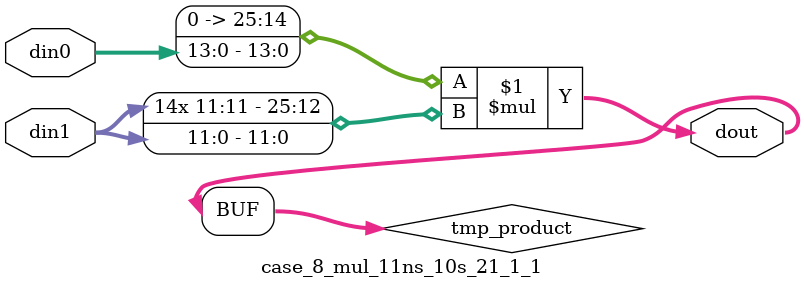
<source format=v>

`timescale 1 ns / 1 ps

 (* use_dsp = "no" *)  module case_8_mul_11ns_10s_21_1_1(din0, din1, dout);
parameter ID = 1;
parameter NUM_STAGE = 0;
parameter din0_WIDTH = 14;
parameter din1_WIDTH = 12;
parameter dout_WIDTH = 26;

input [din0_WIDTH - 1 : 0] din0; 
input [din1_WIDTH - 1 : 0] din1; 
output [dout_WIDTH - 1 : 0] dout;

wire signed [dout_WIDTH - 1 : 0] tmp_product;

























assign tmp_product = $signed({1'b0, din0}) * $signed(din1);










assign dout = tmp_product;





















endmodule

</source>
